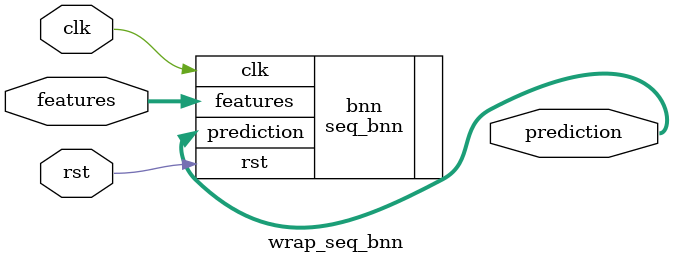
<source format=v>
`ifndef DUTNAME
`define DUTNAME wrap_seq_bnn
parameter FEAT_CNT = 4;
parameter FEAT_BITS = 4;
parameter HIDDEN_CNT = 4;
parameter CLASS_CNT = 4;
`define WEIGHTS0 0
`define WEIGHTS1 0
`else
    `include `BSTRINGS
`endif
module `DUTNAME #(
`ifdef PARAMS
`include `PARAMS
`endif
  ) (
  input clk,
  input rst,
  input [FEAT_CNT*FEAT_BITS-1:0] features,
  output [$clog2(CLASS_CNT)-1:0] prediction
  );

  localparam Weights0 = `WEIGHTS0 ;
  localparam Weights1 = `WEIGHTS1 ;

  seq_bnn #(.FEAT_CNT(FEAT_CNT),.FEAT_BITS(FEAT_BITS),.HIDDEN_CNT(HIDDEN_CNT),.CLASS_CNT(CLASS_CNT),.Weights0(Weights0),.Weights1(Weights1)) bnn (
    .clk(clk),
    .rst(rst),
    .features(features),
    .prediction(prediction)
  );

endmodule

</source>
